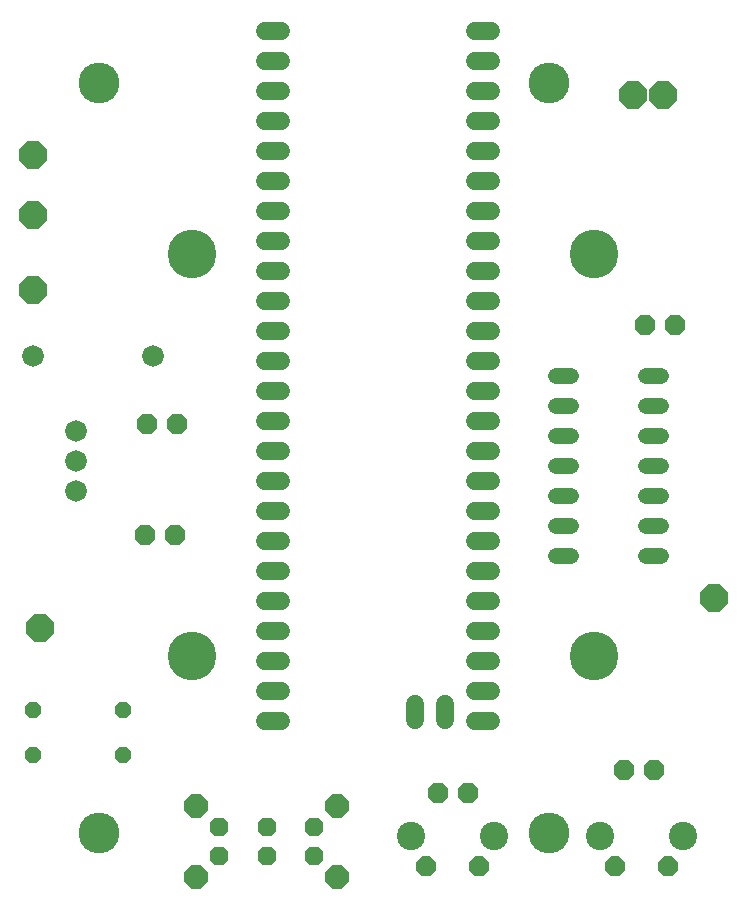
<source format=gbr>
G04 EAGLE Gerber RS-274X export*
G75*
%MOMM*%
%FSLAX34Y34*%
%LPD*%
%INSoldermask Top*%
%IPPOS*%
%AMOC8*
5,1,8,0,0,1.08239X$1,22.5*%
G01*
%ADD10C,3.454400*%
%ADD11C,4.114800*%
%ADD12P,1.896997X8X22.500000*%
%ADD13P,1.896997X8X202.500000*%
%ADD14C,1.828800*%
%ADD15P,2.501836X8X22.500000*%
%ADD16C,1.371600*%
%ADD17P,1.814519X8X22.500000*%
%ADD18C,2.400300*%
%ADD19C,1.502400*%
%ADD20P,1.704548X8X202.500000*%
%ADD21P,2.113255X8X202.500000*%
%ADD22P,1.484606X8X22.500000*%
%ADD23P,1.484606X8X202.500000*%


D10*
X119380Y683260D03*
X500380Y683260D03*
D11*
X198120Y538480D03*
X538480Y538480D03*
X198120Y198120D03*
X538480Y198120D03*
D10*
X119380Y48260D03*
X500380Y48260D03*
D12*
X582295Y478790D03*
X607695Y478790D03*
X158750Y300990D03*
X184150Y300990D03*
X160020Y394970D03*
X185420Y394970D03*
D13*
X589280Y101600D03*
X563880Y101600D03*
D14*
X100330Y337820D03*
X100330Y363220D03*
X100330Y388620D03*
D15*
X63500Y571500D03*
X63500Y622300D03*
X571500Y673100D03*
X596900Y673100D03*
X640715Y247650D03*
X63500Y508000D03*
X69850Y222250D03*
D16*
X506984Y435610D02*
X519176Y435610D01*
X519176Y410210D02*
X506984Y410210D01*
X506984Y283210D02*
X519176Y283210D01*
X583184Y283210D02*
X595376Y283210D01*
X519176Y384810D02*
X506984Y384810D01*
X506984Y359410D02*
X519176Y359410D01*
X519176Y308610D02*
X506984Y308610D01*
X506984Y334010D02*
X519176Y334010D01*
X583184Y308610D02*
X595376Y308610D01*
X595376Y334010D02*
X583184Y334010D01*
X583184Y359410D02*
X595376Y359410D01*
X595376Y384810D02*
X583184Y384810D01*
X583184Y410210D02*
X595376Y410210D01*
X595376Y435610D02*
X583184Y435610D01*
D14*
X63500Y452120D03*
X165100Y452120D03*
D17*
X556514Y20574D03*
X601726Y20574D03*
D18*
X544068Y45466D03*
X614172Y45466D03*
D19*
X451250Y295910D02*
X437750Y295910D01*
X437750Y321310D02*
X451250Y321310D01*
X451250Y346710D02*
X437750Y346710D01*
X437750Y372110D02*
X451250Y372110D01*
X451250Y397510D02*
X437750Y397510D01*
X437750Y422910D02*
X451250Y422910D01*
X451250Y448310D02*
X437750Y448310D01*
X437750Y473710D02*
X451250Y473710D01*
X451250Y499110D02*
X437750Y499110D01*
X437750Y524510D02*
X451250Y524510D01*
X273450Y524510D02*
X259950Y524510D01*
X259950Y499110D02*
X273450Y499110D01*
X273450Y473710D02*
X259950Y473710D01*
X259950Y448310D02*
X273450Y448310D01*
X273450Y422910D02*
X259950Y422910D01*
X259950Y397510D02*
X273450Y397510D01*
X273450Y372110D02*
X259950Y372110D01*
X259950Y346710D02*
X273450Y346710D01*
X273450Y321310D02*
X259950Y321310D01*
X259950Y295910D02*
X273450Y295910D01*
X387350Y157880D02*
X387350Y144380D01*
X412750Y144380D02*
X412750Y157880D01*
X437750Y549910D02*
X451250Y549910D01*
X451250Y575310D02*
X437750Y575310D01*
X273450Y270510D02*
X259950Y270510D01*
X259950Y245110D02*
X273450Y245110D01*
X273450Y219710D02*
X259950Y219710D01*
X259950Y194310D02*
X273450Y194310D01*
X273450Y168910D02*
X259950Y168910D01*
X259950Y143510D02*
X273450Y143510D01*
X437750Y270510D02*
X451250Y270510D01*
X451250Y245110D02*
X437750Y245110D01*
X437750Y219710D02*
X451250Y219710D01*
X451250Y194310D02*
X437750Y194310D01*
X437750Y168910D02*
X451250Y168910D01*
X451250Y143510D02*
X437750Y143510D01*
X437750Y600710D02*
X451250Y600710D01*
X451250Y626110D02*
X437750Y626110D01*
X437750Y651510D02*
X451250Y651510D01*
X451250Y676910D02*
X437750Y676910D01*
X437750Y702310D02*
X451250Y702310D01*
X451250Y727710D02*
X437750Y727710D01*
X273450Y549910D02*
X259950Y549910D01*
X259950Y575310D02*
X273450Y575310D01*
X273450Y600710D02*
X259950Y600710D01*
X259950Y626110D02*
X273450Y626110D01*
X273450Y651510D02*
X259950Y651510D01*
X259950Y676910D02*
X273450Y676910D01*
X273450Y702310D02*
X259950Y702310D01*
X259950Y727710D02*
X273450Y727710D01*
D13*
X431800Y82550D03*
X406400Y82550D03*
D17*
X396494Y20574D03*
X441706Y20574D03*
D18*
X384048Y45466D03*
X454152Y45466D03*
D20*
X261620Y53772D03*
X221615Y53772D03*
X301625Y53772D03*
X261620Y28778D03*
X301625Y28778D03*
X221615Y28778D03*
D21*
X201620Y11275D03*
X201620Y71275D03*
X321620Y71275D03*
X321620Y11275D03*
D22*
X63500Y152400D03*
X139700Y152400D03*
D23*
X139700Y114300D03*
X63500Y114300D03*
M02*

</source>
